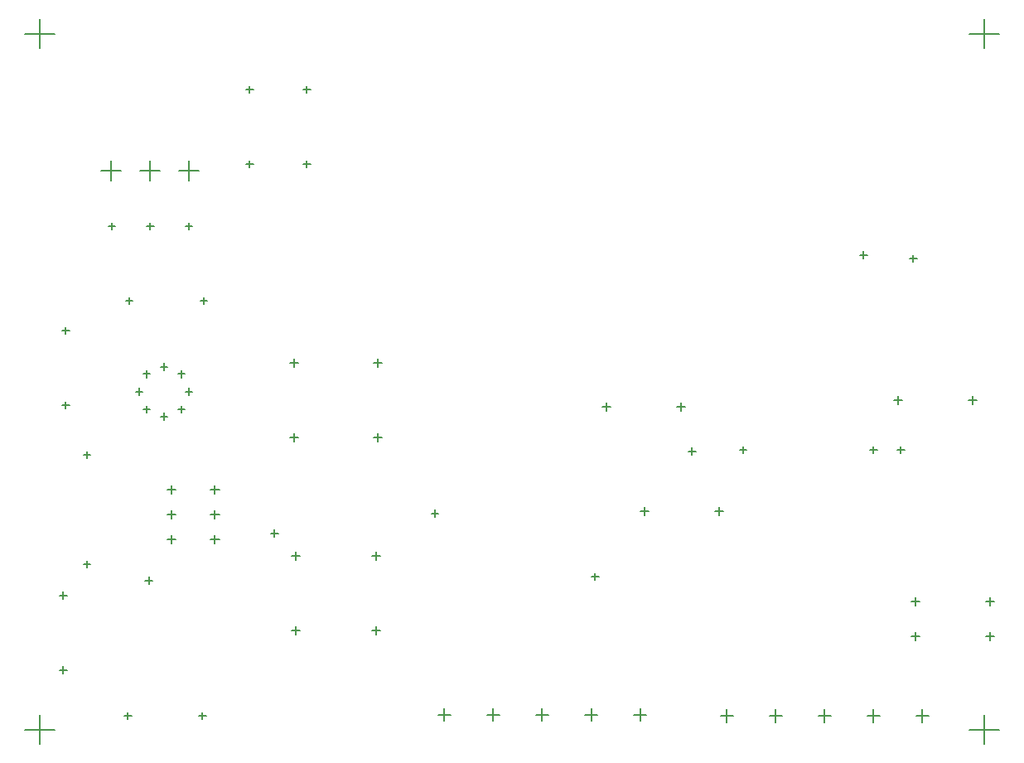
<source format=gbr>
%TF.GenerationSoftware,Altium Limited,Altium Designer,19.1.9 (167)*%
G04 Layer_Color=128*
%FSLAX26Y26*%
%MOIN*%
%TF.FileFunction,Drillmap*%
%TF.Part,Single*%
G01*
G75*
%TA.AperFunction,NonConductor*%
%ADD84C,0.005000*%
D84*
X348228Y2350000D02*
X428150D01*
X388189Y2310039D02*
Y2389961D01*
X504134Y2350000D02*
X584055D01*
X544095Y2310039D02*
Y2389961D01*
X660039Y2350000D02*
X739961D01*
X700000Y2310039D02*
Y2389961D01*
X2818268Y980000D02*
X2851732D01*
X2835000Y963268D02*
Y996732D01*
X2518268Y980000D02*
X2551732D01*
X2535000Y963268D02*
Y996732D01*
X2363268Y1400000D02*
X2396732D01*
X2380000Y1383268D02*
Y1416732D01*
X2663268Y1400000D02*
X2696732D01*
X2680000Y1383268D02*
Y1416732D01*
X3538268Y1425000D02*
X3571732D01*
X3555000Y1408268D02*
Y1441732D01*
X3838268Y1425000D02*
X3871732D01*
X3855000Y1408268D02*
Y1441732D01*
X3608268Y615000D02*
X3641732D01*
X3625000Y598268D02*
Y631732D01*
X3908268Y615000D02*
X3941732D01*
X3925000Y598268D02*
Y631732D01*
X3908268Y475000D02*
X3941732D01*
X3925000Y458268D02*
Y491732D01*
X3608268Y475000D02*
X3641732D01*
X3625000Y458268D02*
Y491732D01*
X1443268Y1575000D02*
X1476732D01*
X1460000Y1558268D02*
Y1591732D01*
X1443268Y1275000D02*
X1476732D01*
X1460000Y1258268D02*
Y1291732D01*
X1438268Y800000D02*
X1471732D01*
X1455000Y783268D02*
Y816732D01*
X1438268Y500000D02*
X1471732D01*
X1455000Y483268D02*
Y516732D01*
X1108268Y1575000D02*
X1141732D01*
X1125000Y1558268D02*
Y1591732D01*
X1108268Y1275000D02*
X1141732D01*
X1125000Y1258268D02*
Y1291732D01*
X1113268Y800000D02*
X1146732D01*
X1130000Y783268D02*
Y816732D01*
X1113268Y500000D02*
X1146732D01*
X1130000Y483268D02*
Y516732D01*
X525000Y700000D02*
X555000D01*
X540000Y685000D02*
Y715000D01*
X787284Y1065000D02*
X822716D01*
X805000Y1047284D02*
Y1082716D01*
X787284Y965000D02*
X822716D01*
X805000Y947284D02*
Y982716D01*
X787284Y865000D02*
X822716D01*
X805000Y847284D02*
Y882716D01*
X612284Y1065000D02*
X647716D01*
X630000Y1047284D02*
Y1082716D01*
X612284Y965000D02*
X647716D01*
X630000Y947284D02*
Y982716D01*
X612284Y865000D02*
X647716D01*
X630000Y847284D02*
Y882716D01*
X741221Y155000D02*
X768779D01*
X755000Y141220D02*
Y168780D01*
X441221Y155000D02*
X468779D01*
X455000Y141220D02*
Y168780D01*
X181220Y640000D02*
X208780D01*
X195000Y626221D02*
Y653779D01*
X181220Y340000D02*
X208780D01*
X195000Y326221D02*
Y353779D01*
X931221Y2375000D02*
X958779D01*
X945000Y2361220D02*
Y2388780D01*
X931221Y2675000D02*
X958779D01*
X945000Y2661220D02*
Y2688780D01*
X1161220Y2375000D02*
X1188780D01*
X1175000Y2361220D02*
Y2388780D01*
X1161220Y2675000D02*
X1188780D01*
X1175000Y2661220D02*
Y2688780D01*
X746221Y1825000D02*
X773779D01*
X760000Y1811220D02*
Y1838780D01*
X446221Y1825000D02*
X473779D01*
X460000Y1811220D02*
Y1838780D01*
X191220Y1405000D02*
X218780D01*
X205000Y1391220D02*
Y1418780D01*
X191220Y1705000D02*
X218780D01*
X205000Y1691220D02*
Y1718780D01*
X3232559Y155000D02*
X3283740D01*
X3258150Y129410D02*
Y180590D01*
X3429410Y155000D02*
X3480590D01*
X3455000Y129410D02*
Y180590D01*
X3626260Y155000D02*
X3677441D01*
X3651850Y129410D02*
Y180590D01*
X3035709Y155000D02*
X3086890D01*
X3061300Y129410D02*
Y180590D01*
X2838860Y155000D02*
X2890041D01*
X2864450Y129410D02*
Y180590D01*
X2096260Y160000D02*
X2147441D01*
X2121850Y134410D02*
Y185590D01*
X1899409Y160000D02*
X1950591D01*
X1925000Y134410D02*
Y185590D01*
X1702560Y160000D02*
X1753741D01*
X1728150Y134410D02*
Y185590D01*
X2293110Y160000D02*
X2344291D01*
X2318700Y134410D02*
Y185590D01*
X2489959Y160000D02*
X2541140D01*
X2515550Y134410D02*
Y185590D01*
X515510Y1389290D02*
X543070D01*
X529290Y1375510D02*
Y1403070D01*
X656930Y1389290D02*
X684490D01*
X670710Y1375510D02*
Y1403070D01*
X656930Y1530710D02*
X684490D01*
X670710Y1516930D02*
Y1544490D01*
X515510Y1530710D02*
X543070D01*
X529290Y1516930D02*
Y1544490D01*
X486220Y1460000D02*
X513780D01*
X500000Y1446220D02*
Y1473780D01*
X686220Y1460000D02*
X713780D01*
X700000Y1446220D02*
Y1473780D01*
X586220Y1560000D02*
X613780D01*
X600000Y1546220D02*
Y1573780D01*
X586220Y1360000D02*
X613780D01*
X600000Y1346220D02*
Y1373780D01*
X3840945Y100000D02*
X3959055D01*
X3900000Y40945D02*
Y159055D01*
X3840945Y2900000D02*
X3959055D01*
X3900000Y2840945D02*
Y2959055D01*
X40945Y100000D02*
X159055D01*
X100000Y40945D02*
Y159055D01*
X40945Y2900000D02*
X159055D01*
X100000Y2840945D02*
Y2959055D01*
X1676000Y970000D02*
X1704000D01*
X1690000Y956000D02*
Y984000D01*
X276000Y765000D02*
X304000D01*
X290000Y751000D02*
Y779000D01*
X3401000Y2010000D02*
X3429000D01*
X3415000Y1996000D02*
Y2024000D01*
X2711000Y1220000D02*
X2739000D01*
X2725000Y1206000D02*
Y1234000D01*
X3551000Y1225000D02*
X3579000D01*
X3565000Y1211000D02*
Y1239000D01*
X276000Y1205000D02*
X304000D01*
X290000Y1191000D02*
Y1219000D01*
X1031000Y890000D02*
X1059000D01*
X1045000Y876000D02*
Y904000D01*
X2916000Y1225000D02*
X2944000D01*
X2930000Y1211000D02*
Y1239000D01*
X3601000Y1995000D02*
X3629000D01*
X3615000Y1981000D02*
Y2009000D01*
X3441000Y1225000D02*
X3469000D01*
X3455000Y1211000D02*
Y1239000D01*
X2321000Y715000D02*
X2349000D01*
X2335000Y701000D02*
Y729000D01*
X686000Y2125000D02*
X714000D01*
X700000Y2111000D02*
Y2139000D01*
X531000Y2125000D02*
X559000D01*
X545000Y2111000D02*
Y2139000D01*
X376000Y2125000D02*
X404000D01*
X390000Y2111000D02*
Y2139000D01*
%TF.MD5,8ca199d3661a90010ee5dda63ddad71d*%
M02*

</source>
